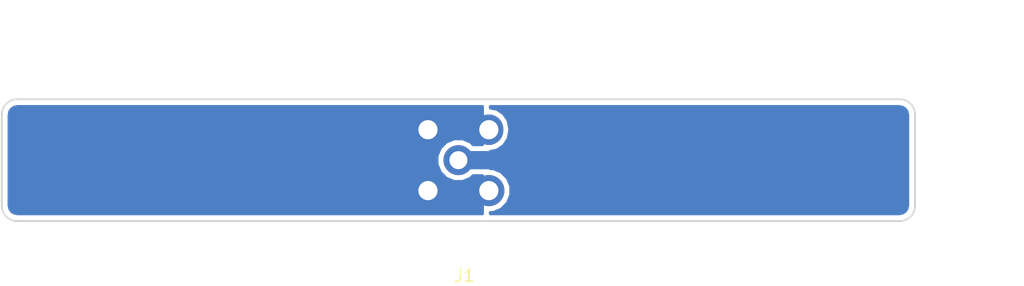
<source format=kicad_pcb>
(kicad_pcb (version 4) (host pcbnew 4.0.6)

  (general
    (links 3)
    (no_connects 0)
    (area 88.824999 88.74 177.065715 112.5334)
    (thickness 1.6)
    (drawings 10)
    (tracks 4)
    (zones 0)
    (modules 1)
    (nets 3)
  )

  (page A4)
  (layers
    (0 F.Cu signal)
    (31 B.Cu signal)
    (32 B.Adhes user)
    (33 F.Adhes user)
    (34 B.Paste user)
    (35 F.Paste user)
    (36 B.SilkS user)
    (37 F.SilkS user)
    (38 B.Mask user)
    (39 F.Mask user)
    (40 Dwgs.User user)
    (41 Cmts.User user)
    (42 Eco1.User user)
    (43 Eco2.User user)
    (44 Edge.Cuts user)
    (45 Margin user)
    (46 B.CrtYd user)
    (47 F.CrtYd user)
    (48 B.Fab user)
    (49 F.Fab user)
  )

  (setup
    (last_trace_width 0.508)
    (user_trace_width 0.508)
    (user_trace_width 1.016)
    (trace_clearance 0.4064)
    (zone_clearance 0.4064)
    (zone_45_only no)
    (trace_min 0.4064)
    (segment_width 0.2)
    (edge_width 0.15)
    (via_size 0.6)
    (via_drill 0.4)
    (via_min_size 0.4)
    (via_min_drill 0.3)
    (uvia_size 0.3)
    (uvia_drill 0.1)
    (uvias_allowed no)
    (uvia_min_size 0.2)
    (uvia_min_drill 0.1)
    (pcb_text_width 0.3)
    (pcb_text_size 1.5 1.5)
    (mod_edge_width 0.15)
    (mod_text_size 1 1)
    (mod_text_width 0.15)
    (pad_size 1.524 1.524)
    (pad_drill 0.762)
    (pad_to_mask_clearance 0.2)
    (aux_axis_origin 0 0)
    (visible_elements FFFFFF7F)
    (pcbplotparams
      (layerselection 0x01000_80000001)
      (usegerberextensions false)
      (excludeedgelayer true)
      (linewidth 0.100000)
      (plotframeref false)
      (viasonmask false)
      (mode 1)
      (useauxorigin false)
      (hpglpennumber 1)
      (hpglpenspeed 20)
      (hpglpendiameter 15)
      (hpglpenoverlay 2)
      (psnegative false)
      (psa4output false)
      (plotreference false)
      (plotvalue false)
      (plotinvisibletext false)
      (padsonsilk false)
      (subtractmaskfromsilk false)
      (outputformat 1)
      (mirror false)
      (drillshape 0)
      (scaleselection 1)
      (outputdirectory gerbers/))
  )

  (net 0 "")
  (net 1 VCC)
  (net 2 GND)

  (net_class Default "This is the default net class."
    (clearance 0.4064)
    (trace_width 0.508)
    (via_dia 0.6)
    (via_drill 0.4)
    (uvia_dia 0.3)
    (uvia_drill 0.1)
    (add_net GND)
    (add_net VCC)
  )

  (module SMA:SMA_Socket_TYCO-AMP (layer F.Cu) (tedit 58CDA8B2) (tstamp 58FFBA85)
    (at 127 101.6)
    (descr "BNC Socket TYCO AMP")
    (tags "BNC Socket TYCO AMP")
    (path /58FFB920)
    (fp_text reference J1 (at 0.508 9.652) (layer F.SilkS)
      (effects (font (size 1 1) (thickness 0.15)))
    )
    (fp_text value CONN_COAXIAL (at 5.461 -0.381 90) (layer F.Fab)
      (effects (font (size 1 1) (thickness 0.15)))
    )
    (pad 1 thru_hole circle (at 0 0) (size 2.5 2.5) (drill 1.5) (layers *.Cu *.Mask)
      (net 1 VCC))
    (pad 2 thru_hole oval (at 2.54 -2.54) (size 2.413 2.54) (drill 1.6) (layers *.Cu *.Mask)
      (net 2 GND))
    (pad 2 thru_hole oval (at -2.54 -2.54) (size 2.413 2.54) (drill 1.6) (layers *.Cu *.Mask)
      (net 2 GND))
    (pad 2 thru_hole circle (at -2.54 2.54) (size 2.6 2.6) (drill 1.6) (layers *.Cu *.Mask)
      (net 2 GND))
    (pad 2 thru_hole circle (at 2.54 2.54) (size 2.6 2.6) (drill 1.6) (layers *.Cu *.Mask)
      (net 2 GND))
    (model Sockets_BNC.3dshapes/BNC_Socket_TYCO-AMP_LargePads.wrl
      (at (xyz 0 0 0))
      (scale (xyz 0.3937 0.3937 0.3937))
      (rotate (xyz 0 0 0))
    )
  )

  (gr_arc (start 163.83 97.79) (end 163.83 96.52) (angle 90) (layer Edge.Cuts) (width 0.15))
  (gr_arc (start 163.83 105.41) (end 165.1 105.41) (angle 90) (layer Edge.Cuts) (width 0.15))
  (gr_arc (start 90.17 105.41) (end 90.17 106.68) (angle 90) (layer Edge.Cuts) (width 0.15))
  (gr_arc (start 90.17 97.79) (end 88.9 97.79) (angle 90) (layer Edge.Cuts) (width 0.15))
  (dimension 10.16 (width 0.3) (layer Eco1.User)
    (gr_text "0.4000 in" (at 171.53 101.6 270) (layer Eco1.User)
      (effects (font (size 1.5 1.5) (thickness 0.3)))
    )
    (feature1 (pts (xy 165.1 106.68) (xy 172.88 106.68)))
    (feature2 (pts (xy 165.1 96.52) (xy 172.88 96.52)))
    (crossbar (pts (xy 170.18 96.52) (xy 170.18 106.68)))
    (arrow1a (pts (xy 170.18 106.68) (xy 169.593579 105.553496)))
    (arrow1b (pts (xy 170.18 106.68) (xy 170.766421 105.553496)))
    (arrow2a (pts (xy 170.18 96.52) (xy 169.593579 97.646504)))
    (arrow2b (pts (xy 170.18 96.52) (xy 170.766421 97.646504)))
  )
  (dimension 76.2 (width 0.3) (layer Eco1.User)
    (gr_text "3.0000 in" (at 127 90.09) (layer Eco1.User)
      (effects (font (size 1.5 1.5) (thickness 0.3)))
    )
    (feature1 (pts (xy 165.1 96.52) (xy 165.1 88.74)))
    (feature2 (pts (xy 88.9 96.52) (xy 88.9 88.74)))
    (crossbar (pts (xy 88.9 91.44) (xy 165.1 91.44)))
    (arrow1a (pts (xy 165.1 91.44) (xy 163.973496 92.026421)))
    (arrow1b (pts (xy 165.1 91.44) (xy 163.973496 90.853579)))
    (arrow2a (pts (xy 88.9 91.44) (xy 90.026504 92.026421)))
    (arrow2b (pts (xy 88.9 91.44) (xy 90.026504 90.853579)))
  )
  (gr_line (start 163.83 96.52) (end 90.17 96.52) (layer Edge.Cuts) (width 0.15))
  (gr_line (start 165.1 105.41) (end 165.1 97.79) (layer Edge.Cuts) (width 0.15))
  (gr_line (start 90.17 106.68) (end 163.83 106.68) (layer Edge.Cuts) (width 0.15))
  (gr_line (start 88.9 97.79) (end 88.9 105.41) (layer Edge.Cuts) (width 0.15))

  (segment (start 127 101.6) (end 132.08 101.6) (width 1.524) (layer B.Cu) (net 1))
  (segment (start 124.46 104.14) (end 124.46 99.06) (width 1.016) (layer B.Cu) (net 2))
  (segment (start 129.54 104.14) (end 124.46 104.14) (width 1.016) (layer B.Cu) (net 2))
  (segment (start 129.54 99.06) (end 124.46 99.06) (width 1.016) (layer B.Cu) (net 2))

  (zone (net 1) (net_name VCC) (layer B.Cu) (tstamp 0) (hatch edge 0.508)
    (priority 1)
    (connect_pads yes (clearance 0.4064))
    (min_thickness 0.254)
    (fill yes (arc_segments 16) (thermal_gap 0.508) (thermal_bridge_width 0.508))
    (polygon
      (pts
        (xy 129.54 99.06) (xy 129.54 104.14) (xy 129.54 106.68) (xy 165.1 106.68) (xy 165.1 96.52)
        (xy 129.54 96.52)
      )
    )
    (filled_polygon
      (pts
        (xy 164.078624 97.189774) (xy 164.289395 97.330606) (xy 164.430226 97.541377) (xy 164.4916 97.849923) (xy 164.4916 105.350077)
        (xy 164.430226 105.658623) (xy 164.289395 105.869394) (xy 164.078624 106.010226) (xy 163.770077 106.0716) (xy 129.667 106.0716)
        (xy 129.667 105.973511) (xy 129.903086 105.973717) (xy 130.577181 105.695187) (xy 131.093374 105.179893) (xy 131.373081 104.506286)
        (xy 131.373717 103.776914) (xy 131.095187 103.102819) (xy 130.579893 102.586626) (xy 129.906286 102.306919) (xy 129.667 102.30671)
        (xy 129.667 100.873469) (xy 130.205831 100.766289) (xy 130.770295 100.389126) (xy 131.147458 99.824662) (xy 131.2799 99.158831)
        (xy 131.2799 98.961169) (xy 131.147458 98.295338) (xy 130.770295 97.730874) (xy 130.205831 97.353711) (xy 129.667 97.246531)
        (xy 129.667 97.1284) (xy 163.770077 97.1284)
      )
    )
  )
  (zone (net 2) (net_name GND) (layer B.Cu) (tstamp 0) (hatch edge 0.508)
    (connect_pads yes (clearance 0.4064))
    (min_thickness 0.254)
    (fill yes (arc_segments 16) (thermal_gap 0.508) (thermal_bridge_width 0.508))
    (polygon
      (pts
        (xy 132.08 96.52) (xy 132.08 106.68) (xy 88.9 106.68) (xy 88.9 96.52)
      )
    )
    (filled_polygon
      (pts
        (xy 129.0066 100.3046) (xy 128.226769 100.3046) (xy 128.011534 100.088989) (xy 127.356297 99.81691) (xy 126.646816 99.816291)
        (xy 125.991105 100.087225) (xy 125.488989 100.588466) (xy 125.21691 101.243703) (xy 125.216291 101.953184) (xy 125.487225 102.608895)
        (xy 125.988466 103.111011) (xy 126.643703 103.38309) (xy 127.353184 103.383709) (xy 128.008895 103.112775) (xy 128.226649 102.8954)
        (xy 129.0066 102.8954) (xy 129.0066 106.0716) (xy 90.229923 106.0716) (xy 89.921377 106.010226) (xy 89.710606 105.869395)
        (xy 89.569774 105.658624) (xy 89.5084 105.350077) (xy 89.5084 97.849923) (xy 89.569774 97.541376) (xy 89.710606 97.330605)
        (xy 89.921377 97.189774) (xy 90.229923 97.1284) (xy 129.0066 97.1284)
      )
    )
  )
)

</source>
